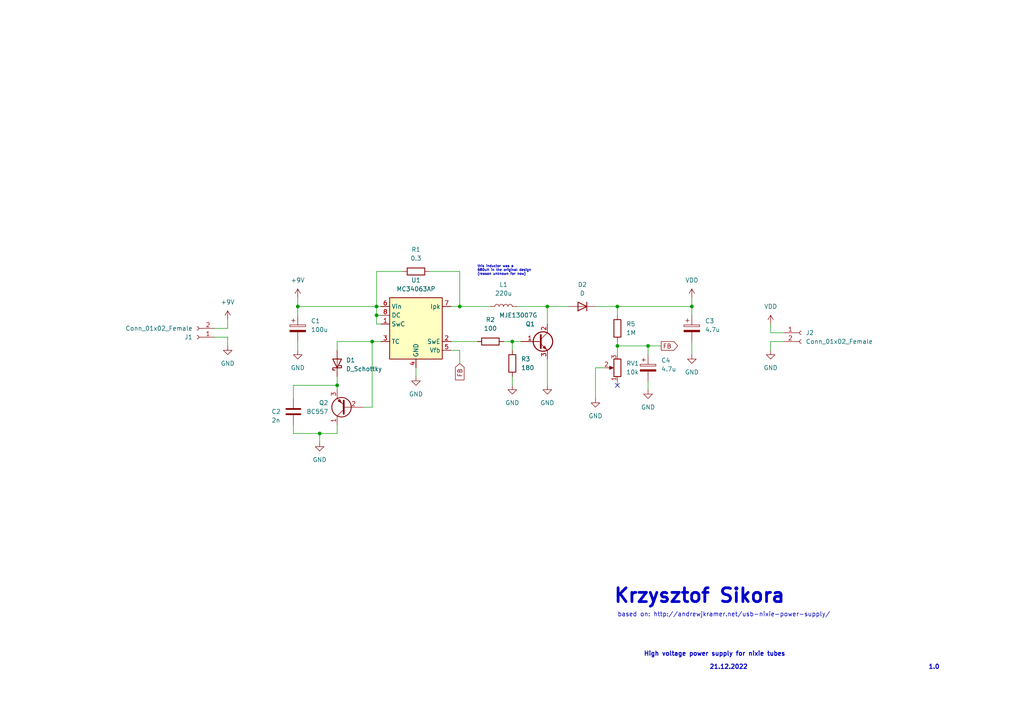
<source format=kicad_sch>
(kicad_sch (version 20211123) (generator eeschema)
  (paper "A4")
  (lib_symbols
    (symbol "Connector:Conn_01x02_Female" (pin_names (offset 1.016) hide)
      (property "Reference" "J" (at 0 2.54 0))
      (property "Value" "Conn_01x02_Female" (at 0 -5.08 0))
      (symbol "Conn_01x02_Female_1_1"
        (arc (start 0 -2.032) (mid -0.508 -2.54) (end 0 -3.048) (stroke (width 0.1524)))
        (polyline (pts (xy -1.27 -2.54) (xy -0.508 -2.54)) (stroke (width 0.1524)))
        (polyline (pts (xy -1.27 0) (xy -0.508 0)) (stroke (width 0.1524)))
        (arc (start 0 0.508) (mid -0.508 0) (end 0 -0.508) (stroke (width 0.1524)))
        (pin passive line (at -5.08 0 0) (length 3.81) (name "Pin_1") (number "1"))
        (pin passive line (at -5.08 -2.54 0) (length 3.81) (name "Pin_2") (number "2"))
      )
    )
    (symbol "Device:C" (pin_numbers hide) (pin_names (offset 0.254))
      (property "Reference" "C" (at 0.635 2.54 0))
      (property "Value" "C" (at 0.635 -2.54 0))
      (symbol "C_0_1"
        (polyline (pts (xy -2.032 -0.762) (xy 2.032 -0.762)) (stroke (width 0.508)))
        (polyline (pts (xy -2.032 0.762) (xy 2.032 0.762)) (stroke (width 0.508)))
      )
      (symbol "C_1_1"
        (pin passive line (at 0 3.81 270) (length 2.794) (name "~") (number "1"))
        (pin passive line (at 0 -3.81 90) (length 2.794) (name "~") (number "2"))
      )
    )
    (symbol "Device:C_Polarized" (pin_numbers hide) (pin_names (offset 0.254))
      (property "Reference" "C" (at 0.635 2.54 0))
      (property "Value" "C_Polarized" (at 0.635 -2.54 0))
      (symbol "C_Polarized_0_1"
        (rectangle (start -2.286 0.508) (end 2.286 1.016))
        (polyline (pts (xy -1.778 2.286) (xy -0.762 2.286)))
        (polyline (pts (xy -1.27 2.794) (xy -1.27 1.778)))
        (rectangle (start 2.286 -0.508) (end -2.286 -1.016) (fill (type outline)))
      )
      (symbol "C_Polarized_1_1"
        (pin passive line (at 0 3.81 270) (length 2.794) (name "~") (number "1"))
        (pin passive line (at 0 -3.81 90) (length 2.794) (name "~") (number "2"))
      )
    )
    (symbol "Device:D" (pin_numbers hide) (pin_names (offset 1.016) hide)
      (property "Reference" "D" (at 0 2.54 0))
      (property "Value" "D" (at 0 -2.54 0))
      (symbol "D_0_1"
        (polyline (pts (xy -1.27 1.27) (xy -1.27 -1.27)) (stroke (width 0.254)))
        (polyline (pts (xy 1.27 0) (xy -1.27 0)))
        (polyline (pts (xy 1.27 1.27) (xy 1.27 -1.27) (xy -1.27 0) (xy 1.27 1.27)) (stroke (width 0.254)))
      )
      (symbol "D_1_1"
        (pin passive line (at -3.81 0 0) (length 2.54) (name "K") (number "1"))
        (pin passive line (at 3.81 0 180) (length 2.54) (name "A") (number "2"))
      )
    )
    (symbol "Device:D_Schottky" (pin_numbers hide) (pin_names (offset 1.016) hide)
      (property "Reference" "D" (at 0 2.54 0))
      (property "Value" "D_Schottky" (at 0 -2.54 0))
      (symbol "D_Schottky_0_1"
        (polyline (pts (xy 1.27 0) (xy -1.27 0)))
        (polyline (pts (xy 1.27 1.27) (xy 1.27 -1.27) (xy -1.27 0) (xy 1.27 1.27)) (stroke (width 0.254)))
        (polyline (pts (xy -1.905 0.635) (xy -1.905 1.27) (xy -1.27 1.27) (xy -1.27 -1.27) (xy -0.635 -1.27) (xy -0.635 -0.635)) (stroke (width 0.254)))
      )
      (symbol "D_Schottky_1_1"
        (pin passive line (at -3.81 0 0) (length 2.54) (name "K") (number "1"))
        (pin passive line (at 3.81 0 180) (length 2.54) (name "A") (number "2"))
      )
    )
    (symbol "Device:L" (pin_numbers hide) (pin_names (offset 1.016) hide)
      (property "Reference" "L" (at -1.27 0 90))
      (property "Value" "L" (at 1.905 0 90))
      (symbol "L_0_1"
        (arc (start 0 -2.54) (mid 0.635 -1.905) (end 0 -1.27))
        (arc (start 0 -1.27) (mid 0.635 -0.635) (end 0 0))
        (arc (start 0 0) (mid 0.635 0.635) (end 0 1.27))
        (arc (start 0 1.27) (mid 0.635 1.905) (end 0 2.54))
      )
      (symbol "L_1_1"
        (pin passive line (at 0 3.81 270) (length 1.27) (name "1") (number "1"))
        (pin passive line (at 0 -3.81 90) (length 1.27) (name "2") (number "2"))
      )
    )
    (symbol "Device:R" (pin_numbers hide) (pin_names (offset 0))
      (property "Reference" "R" (at 2.032 0 90))
      (property "Value" "R" (at 0 0 90))
      (symbol "R_0_1"
        (rectangle (start -1.016 -2.54) (end 1.016 2.54) (stroke (width 0.254)))
      )
      (symbol "R_1_1"
        (pin passive line (at 0 3.81 270) (length 1.27) (name "~") (number "1"))
        (pin passive line (at 0 -3.81 90) (length 1.27) (name "~") (number "2"))
      )
    )
    (symbol "Device:R_Potentiometer" (pin_names (offset 1.016) hide)
      (property "Reference" "RV" (at -4.445 0 90))
      (property "Value" "R_Potentiometer" (at -2.54 0 90))
      (symbol "R_Potentiometer_0_1"
        (polyline (pts (xy 2.54 0) (xy 1.524 0)))
        (polyline (pts (xy 1.143 0) (xy 2.286 0.508) (xy 2.286 -0.508) (xy 1.143 0)) (fill (type outline)))
        (rectangle (start 1.016 2.54) (end -1.016 -2.54) (stroke (width 0.254)))
      )
      (symbol "R_Potentiometer_1_1"
        (pin passive line (at 0 3.81 270) (length 1.27) (name "1") (number "1"))
        (pin passive line (at 3.81 0 180) (length 1.27) (name "2") (number "2"))
        (pin passive line (at 0 -3.81 90) (length 1.27) (name "3") (number "3"))
      )
    )
    (symbol "Regulator_Switching:MC34063AP"
      (property "Reference" "U?" (at 0 12.7 0))
      (property "Value" "MC34063AP" (at 0 10.16 0))
      (symbol "MC34063AP_0_1"
        (rectangle (start -7.62 7.62) (end 7.62 -10.16) (stroke (width 0.254)) (fill (type background)))
      )
      (symbol "MC34063AP_1_1"
        (pin open_collector line (at -10.16 0 0) (length 2.54) (name "SwC") (number "1"))
        (pin open_emitter line (at 10.16 -5.08 180) (length 2.54) (name "SwE") (number "2"))
        (pin passive line (at -10.16 -5.08 0) (length 2.54) (name "TC") (number "3"))
        (pin power_in line (at 0 -12.7 90) (length 2.54) (name "GND") (number "4"))
        (pin input line (at 10.16 -7.62 180) (length 2.54) (name "Vfb") (number "5"))
        (pin power_in line (at -10.16 5.08 0) (length 2.54) (name "Vin") (number "6"))
        (pin input line (at 10.16 5.08 180) (length 2.54) (name "Ipk") (number "7"))
        (pin open_collector line (at -10.16 2.54 0) (length 2.54) (name "DC") (number "8"))
      )
    )
    (symbol "Transistor_BJT:BC557" (pin_names (offset 0) hide)
      (property "Reference" "Q" (at 5.08 1.905 0))
      (property "Value" "BC557" (at 5.08 0 0))
      (symbol "BC557_0_1"
        (polyline (pts (xy 0.635 0.635) (xy 2.54 2.54)))
        (polyline (pts (xy 0.635 -0.635) (xy 2.54 -2.54) (xy 2.54 -2.54)))
        (polyline (pts (xy 0.635 1.905) (xy 0.635 -1.905) (xy 0.635 -1.905)) (stroke (width 0.508)))
        (polyline (pts (xy 2.286 -1.778) (xy 1.778 -2.286) (xy 1.27 -1.27) (xy 2.286 -1.778) (xy 2.286 -1.778)) (fill (type outline)))
        (circle (center 1.27 0) (radius 2.8194) (stroke (width 0.254)))
      )
      (symbol "BC557_1_1"
        (pin passive line (at 2.54 5.08 270) (length 2.54) (name "C") (number "1"))
        (pin input line (at -5.08 0 0) (length 5.715) (name "B") (number "2"))
        (pin passive line (at 2.54 -5.08 90) (length 2.54) (name "E") (number "3"))
      )
    )
    (symbol "Transistor_BJT:MJE13007G" (pin_names (offset 0) hide)
      (property "Reference" "Q" (at 6.35 1.905 0))
      (property "Value" "MJE13007G" (at 6.35 0 0))
      (symbol "MJE13007G_0_1"
        (polyline (pts (xy 0 0) (xy 0.635 0)))
        (polyline (pts (xy 2.54 2.54) (xy 0.635 0.635)))
        (polyline (pts (xy 0.635 1.905) (xy 0.635 -1.905) (xy 0.635 -1.905)) (stroke (width 0.508)))
        (polyline (pts (xy 2.286 -2.286) (xy 1.778 -1.778) (xy 1.778 -1.778)))
        (polyline (pts (xy 2.54 -2.54) (xy 0.635 -0.635) (xy 1.27 -1.27)) (fill (type outline)))
        (polyline (pts (xy 1.27 -1.778) (xy 1.778 -1.27) (xy 2.286 -2.286) (xy 1.27 -1.778) (xy 1.27 -1.778)) (fill (type outline)))
        (circle (center 1.27 0) (radius 2.8194) (stroke (width 0.3048)))
      )
      (symbol "MJE13007G_1_1"
        (pin input line (at -5.08 0 0) (length 5.08) (name "B") (number "1"))
        (pin passive line (at 2.54 5.08 270) (length 2.54) (name "C") (number "2"))
        (pin passive line (at 2.54 -5.08 90) (length 2.54) (name "E") (number "3"))
      )
    )
    (symbol "power:+9V" (power) (pin_names (offset 0))
      (property "Value" "+9V" (at 0 3.556 0))
      (symbol "+9V_0_1"
        (polyline (pts (xy -0.762 1.27) (xy 0 2.54)))
        (polyline (pts (xy 0 0) (xy 0 2.54)))
        (polyline (pts (xy 0 2.54) (xy 0.762 1.27)))
      )
      (symbol "+9V_1_1"
        (pin power_in line (at 0 0 90) (length 0) hide (name "+9V") (number "1"))
      )
    )
    (symbol "power:GND" (power) (pin_names (offset 0))
      (property "Value" "GND" (at 0 -3.81 0))
      (symbol "GND_0_1"
        (polyline (pts (xy 0 0) (xy 0 -1.27) (xy 1.27 -1.27) (xy 0 -2.54) (xy -1.27 -1.27) (xy 0 -1.27)))
      )
      (symbol "GND_1_1"
        (pin power_in line (at 0 0 270) (length 0) hide (name "GND") (number "1"))
      )
    )
    (symbol "power:VDD" (power) (pin_names (offset 0))
      (property "Value" "VDD" (at 0 3.81 0))
      (symbol "VDD_0_1"
        (polyline (pts (xy -0.762 1.27) (xy 0 2.54)))
        (polyline (pts (xy 0 0) (xy 0 2.54)))
        (polyline (pts (xy 0 2.54) (xy 0.762 1.27)))
      )
      (symbol "VDD_1_1"
        (pin power_in line (at 0 0 90) (length 0) hide (name "VDD") (number "1"))
      )
    )
  )
  (junction (at 200.66 88.9))
  (junction (at 179.07 100.33))
  (junction (at 109.22 88.9))
  (junction (at 133.35 88.9))
  (junction (at 158.75 88.9))
  (junction (at 107.95 99.06))
  (junction (at 187.96 100.33))
  (junction (at 86.36 88.9))
  (junction (at 148.59 99.06))
  (junction (at 97.79 111.76))
  (junction (at 179.07 88.9))
  (junction (at 109.22 91.44))
  (junction (at 92.71 125.73))
  (no_connect (at 179.07 111.76))
  (wire (pts (xy 179.07 110.49) (xy 179.07 111.76)))
  (wire (pts (xy 109.22 93.98) (xy 109.22 91.44)))
  (wire (pts (xy 109.22 88.9) (xy 110.49 88.9)))
  (wire (pts (xy 97.79 109.22) (xy 97.79 111.76)))
  (wire (pts (xy 200.66 86.36) (xy 200.66 88.9)))
  (wire (pts (xy 85.09 115.57) (xy 85.09 111.76)))
  (wire (pts (xy 200.66 99.06) (xy 200.66 102.87)))
  (wire (pts (xy 86.36 88.9) (xy 109.22 88.9)))
  (wire (pts (xy 133.35 78.74) (xy 133.35 88.9)))
  (wire (pts (xy 85.09 111.76) (xy 97.79 111.76)))
  (wire (pts (xy 97.79 101.6) (xy 97.79 99.06)))
  (wire (pts (xy 86.36 99.06) (xy 86.36 101.6)))
  (wire (pts (xy 148.59 99.06) (xy 151.13 99.06)))
  (wire (pts (xy 158.75 88.9) (xy 158.75 93.98)))
  (wire (pts (xy 62.23 97.79) (xy 66.04 97.79)))
  (wire (pts (xy 109.22 78.74) (xy 109.22 88.9)))
  (wire (pts (xy 179.07 99.06) (xy 179.07 100.33)))
  (wire (pts (xy 97.79 125.73) (xy 92.71 125.73)))
  (wire (pts (xy 223.52 99.06) (xy 227.33 99.06)))
  (wire (pts (xy 187.96 100.33) (xy 187.96 102.87)))
  (wire (pts (xy 146.05 99.06) (xy 148.59 99.06)))
  (wire (pts (xy 97.79 123.19) (xy 97.79 125.73)))
  (wire (pts (xy 109.22 91.44) (xy 109.22 88.9)))
  (wire (pts (xy 172.72 88.9) (xy 179.07 88.9)))
  (wire (pts (xy 86.36 86.36) (xy 86.36 88.9)))
  (wire (pts (xy 110.49 99.06) (xy 107.95 99.06)))
  (wire (pts (xy 133.35 88.9) (xy 142.24 88.9)))
  (wire (pts (xy 133.35 105.41) (xy 133.35 101.6)))
  (wire (pts (xy 179.07 100.33) (xy 179.07 102.87)))
  (wire (pts (xy 179.07 88.9) (xy 200.66 88.9)))
  (wire (pts (xy 120.65 106.68) (xy 120.65 109.22)))
  (wire (pts (xy 92.71 125.73) (xy 92.71 128.27)))
  (wire (pts (xy 85.09 123.19) (xy 85.09 125.73)))
  (wire (pts (xy 66.04 97.79) (xy 66.04 100.33)))
  (wire (pts (xy 149.86 88.9) (xy 158.75 88.9)))
  (wire (pts (xy 97.79 111.76) (xy 97.79 113.03)))
  (wire (pts (xy 133.35 101.6) (xy 130.81 101.6)))
  (wire (pts (xy 110.49 91.44) (xy 109.22 91.44)))
  (wire (pts (xy 175.26 106.68) (xy 172.72 106.68)))
  (wire (pts (xy 179.07 88.9) (xy 179.07 91.44)))
  (wire (pts (xy 179.07 100.33) (xy 187.96 100.33)))
  (wire (pts (xy 187.96 110.49) (xy 187.96 113.03)))
  (wire (pts (xy 124.46 78.74) (xy 133.35 78.74)))
  (wire (pts (xy 130.81 88.9) (xy 133.35 88.9)))
  (wire (pts (xy 66.04 92.71) (xy 66.04 95.25)))
  (wire (pts (xy 223.52 96.52) (xy 227.33 96.52)))
  (wire (pts (xy 85.09 125.73) (xy 92.71 125.73)))
  (wire (pts (xy 116.84 78.74) (xy 109.22 78.74)))
  (wire (pts (xy 223.52 93.98) (xy 223.52 96.52)))
  (wire (pts (xy 158.75 104.14) (xy 158.75 111.76)))
  (wire (pts (xy 86.36 88.9) (xy 86.36 91.44)))
  (wire (pts (xy 148.59 109.22) (xy 148.59 111.76)))
  (wire (pts (xy 223.52 101.6) (xy 223.52 99.06)))
  (wire (pts (xy 110.49 93.98) (xy 109.22 93.98)))
  (wire (pts (xy 172.72 106.68) (xy 172.72 115.57)))
  (wire (pts (xy 187.96 100.33) (xy 191.77 100.33)))
  (wire (pts (xy 158.75 88.9) (xy 165.1 88.9)))
  (wire (pts (xy 105.41 118.11) (xy 107.95 118.11)))
  (wire (pts (xy 107.95 99.06) (xy 107.95 118.11)))
  (wire (pts (xy 97.79 99.06) (xy 107.95 99.06)))
  (wire (pts (xy 130.81 99.06) (xy 138.43 99.06)))
  (wire (pts (xy 66.04 95.25) (xy 62.23 95.25)))
  (wire (pts (xy 148.59 99.06) (xy 148.59 101.6)))
  (wire (pts (xy 200.66 88.9) (xy 200.66 91.44)))
  (text "High voltage power supply for nixie tubes" (at 186.69 190.5 0) (effects (font (size 1.27 1.27) bold) (justify left bottom)))
  (text "\n\nbased on: http://andrewjkramer.net/usb-nixie-power-supply/" (at 179.07 179.07 0) (effects (font (size 1.27 1.27)) (justify left bottom)))
  (text "1.0" (at 269.24 194.31 0) (effects (font (size 1.27 1.27) bold) (justify left bottom)))
  (text "21.12.2022" (at 205.74 194.31 0) (effects (font (size 1.27 1.27) bold) (justify left bottom)))
  (text "this inductor was a \n680uH in the original design \n(reason unknown for now)" (at 138.43 80.01 0) (effects (font (size 0.7 0.7)) (justify left bottom)))
  (text "Krzysztof Sikora" (at 177.8 175.26 0) (effects (font (size 4 4) (thickness 0.8) bold) (justify left bottom)))
  (global_label "FB" (shape output) (at 191.77 100.33 0) (property "Intersheet References" "${INTERSHEET_REFS}" (effects hide)))
  (global_label "FB" (shape input) (at 133.35 105.41 270) (property "Intersheet References" "${INTERSHEET_REFS}" (effects hide)))
  (symbol (lib_id "power:GND") (at 187.96 113.03 0) (unit 1)
    (property "Reference" "#PWR014" (effects hide))
    (property "Value" "GND" (at 187.96 118.11 0))
  )
  (symbol (lib_id "power:GND") (at 148.59 111.76 0) (unit 1)
    (property "Reference" "#PWR09" (effects hide))
    (property "Value" "GND" (at 148.59 116.84 0))
  )
  (symbol (lib_id "Connector:Conn_01x02_Female") (at 232.41 96.52 0) (unit 1)
    (property "Reference" "J2" (at 233.68 96.5199 0) (effects (justify left)))
    (property "Value" "Conn_01x02_Female" (at 233.68 99.0599 0) (effects (justify left)))
    (property "Footprint" "Connector_Wire:SolderWire-2sqmm_1x02_P7.8mm_D2mm_OD3.9mm" (effects hide))
  )
  (symbol (lib_id "Device:R") (at 179.07 95.25 180) (unit 1)
    (property "Reference" "R5" (at 181.61 93.9799 0) (effects (justify right)))
    (property "Value" "1M" (at 181.61 96.5199 0) (effects (justify right)))
    (property "Footprint" "Resistor_THT:R_Axial_DIN0204_L3.6mm_D1.6mm_P5.08mm_Horizontal" (effects hide))
  )
  (symbol (lib_id "power:VDD") (at 200.66 86.36 0) (unit 1)
    (property "Reference" "#PWR012" (effects hide))
    (property "Value" "VDD" (at 200.66 81.28 0))
  )
  (symbol (lib_id "Device:R") (at 142.24 99.06 90) (unit 1)
    (property "Reference" "R2" (at 142.24 92.71 90))
    (property "Value" "100" (at 142.24 95.25 90))
    (property "Footprint" "Resistor_THT:R_Axial_DIN0204_L3.6mm_D1.6mm_P5.08mm_Horizontal" (effects hide))
  )
  (symbol (lib_id "power:GND") (at 223.52 101.6 0) (unit 1)
    (property "Reference" "#PWR07" (effects hide))
    (property "Value" "GND" (at 223.52 106.68 0))
  )
  (symbol (lib_id "power:GND") (at 86.36 101.6 0) (unit 1)
    (property "Reference" "#PWR02" (effects hide))
    (property "Value" "GND" (at 86.36 106.68 0))
  )
  (symbol (lib_id "Transistor_BJT:MJE13007G") (at 156.21 99.06 0) (unit 1)
    (property "Reference" "Q1" (at 152.4 93.98 0) (effects (justify left)))
    (property "Value" "MJE13007G" (at 144.78 91.44 0) (effects (justify left)))
    (property "Footprint" "Package_TO_SOT_THT:TO-220-3_Vertical" (effects hide))
    (property "Datasheet" "http://www.onsemi.com/pub_link/Collateral/MJE13007-D.PDF" (effects hide))
  )
  (symbol (lib_id "power:+9V") (at 86.36 86.36 0) (unit 1)
    (property "Reference" "#PWR04" (effects hide))
    (property "Value" "+9V" (at 86.36 81.28 0))
  )
  (symbol (lib_id "power:GND") (at 92.71 128.27 0) (unit 1)
    (property "Reference" "#PWR03" (effects hide))
    (property "Value" "GND" (at 92.71 133.35 0))
  )
  (symbol (lib_id "Device:R") (at 120.65 78.74 90) (unit 1)
    (property "Reference" "R1" (at 120.65 72.39 90))
    (property "Value" "0.3" (at 120.65 74.93 90))
    (property "Footprint" "Resistor_SMD:R_1206_3216Metric_Pad1.30x1.75mm_HandSolder" (effects hide))
  )
  (symbol (lib_id "Device:C_Polarized") (at 200.66 95.25 0) (unit 1)
    (property "Reference" "C3" (at 204.47 93.0909 0) (effects (justify left)))
    (property "Value" "4.7u" (at 204.47 95.6309 0) (effects (justify left)))
    (property "Footprint" "Capacitor_THT:CP_Radial_D6.3mm_P2.50mm" (effects hide))
  )
  (symbol (lib_id "power:+9V") (at 66.04 92.71 0) (unit 1)
    (property "Reference" "#PWR01" (effects hide))
    (property "Value" "+9V" (at 66.04 87.63 0))
  )
  (symbol (lib_id "Device:D") (at 168.91 88.9 180) (unit 1)
    (property "Reference" "D2" (at 168.91 82.55 0))
    (property "Value" "D" (at 168.91 85.09 0))
    (property "Footprint" "Diode_THT:D_A-405_P10.16mm_Horizontal" (effects hide))
  )
  (symbol (lib_id "power:VDD") (at 223.52 93.98 0) (unit 1)
    (property "Reference" "#PWR06" (effects hide))
    (property "Value" "VDD" (at 223.52 88.9 0))
  )
  (symbol (lib_id "Device:R") (at 148.59 105.41 180) (unit 1)
    (property "Reference" "R3" (at 151.13 104.1399 0) (effects (justify right)))
    (property "Value" "180" (at 151.13 106.6799 0) (effects (justify right)))
    (property "Footprint" "Resistor_THT:R_Axial_DIN0204_L3.6mm_D1.6mm_P5.08mm_Horizontal" (effects hide))
  )
  (symbol (lib_id "Device:R_Potentiometer") (at 179.07 106.68 180) (unit 1)
    (property "Reference" "RV1" (at 181.61 105.4099 0) (effects (justify right)))
    (property "Value" "10k" (at 181.61 107.95 0) (effects (justify right)))
    (property "Footprint" "Potentiometer_THT:Potentiometer_ACP_CA6-H2,5_Horizontal" (effects hide))
  )
  (symbol (lib_id "Device:L") (at 146.05 88.9 90) (unit 1)
    (property "Reference" "L1" (at 146.05 82.55 90))
    (property "Value" "220u" (at 146.05 85.09 90))
    (property "Footprint" "Inductor_SMD:L_Bourns_SDR1806" (effects hide))
  )
  (symbol (lib_id "power:GND") (at 200.66 102.87 0) (unit 1)
    (property "Reference" "#PWR013" (effects hide))
    (property "Value" "GND" (at 200.66 107.95 0))
  )
  (symbol (lib_id "power:GND") (at 66.04 100.33 0) (unit 1)
    (property "Reference" "#PWR05" (effects hide))
    (property "Value" "GND" (at 66.04 105.41 0))
  )
  (symbol (lib_id "Transistor_BJT:BC557") (at 100.33 118.11 180) (unit 1)
    (property "Reference" "Q2" (at 95.25 116.8399 0) (effects (justify left)))
    (property "Value" "BC557" (at 95.25 119.3799 0) (effects (justify left)))
    (property "Footprint" "Package_TO_SOT_THT:TO-92_Inline" (effects hide))
    (property "Datasheet" "https://www.onsemi.com/pub/Collateral/BC556BTA-D.pdf" (effects hide))
  )
  (symbol (lib_id "power:GND") (at 158.75 111.76 0) (unit 1)
    (property "Reference" "#PWR010" (effects hide))
    (property "Value" "GND" (at 158.75 116.84 0))
  )
  (symbol (lib_id "Device:C_Polarized") (at 86.36 95.25 0) (unit 1)
    (property "Reference" "C1" (at 90.17 93.0909 0) (effects (justify left)))
    (property "Value" "100u" (at 90.17 95.6309 0) (effects (justify left)))
    (property "Footprint" "Capacitor_THT:CP_Radial_D10.0mm_P3.80mm" (effects hide))
  )
  (symbol (lib_id "Regulator_Switching:MC34063AP") (at 120.65 93.98 0) (unit 1)
    (property "Reference" "U1" (at 120.65 81.28 0))
    (property "Value" "MC34063AP" (at 120.65 83.82 0))
    (property "Footprint" "Package_DIP:DIP-8_W7.62mm" (effects hide))
    (property "Datasheet" "http://www.onsemi.com/pub_link/Collateral/MC34063A-D.PDF" (effects hide))
  )
  (symbol (lib_id "Connector:Conn_01x02_Female") (at 57.15 97.79 180) (unit 1)
    (property "Reference" "J1" (at 55.88 97.7901 0) (effects (justify left)))
    (property "Value" "Conn_01x02_Female" (at 55.88 95.2501 0) (effects (justify left)))
    (property "Footprint" "Connector_Wire:SolderWire-2sqmm_1x02_P7.8mm_D2mm_OD3.9mm" (effects hide))
  )
  (symbol (lib_id "power:GND") (at 120.65 109.22 0) (unit 1)
    (property "Reference" "#PWR08" (effects hide))
    (property "Value" "GND" (at 120.65 114.3 0))
  )
  (symbol (lib_id "power:GND") (at 172.72 115.57 0) (unit 1)
    (property "Reference" "#PWR011" (effects hide))
    (property "Value" "GND" (at 172.72 120.65 0))
  )
  (symbol (lib_id "Device:C_Polarized") (at 187.96 106.68 0) (unit 1)
    (property "Reference" "C4" (at 191.77 104.5209 0) (effects (justify left)))
    (property "Value" "4.7u" (at 191.77 107.0609 0) (effects (justify left)))
    (property "Footprint" "Capacitor_THT:CP_Radial_D6.3mm_P2.50mm" (effects hide))
  )
  (symbol (lib_id "Device:D_Schottky") (at 97.79 105.41 90) (unit 1)
    (property "Reference" "D1" (at 100.33 104.4574 90) (effects (justify right)))
    (property "Value" "D_Schottky" (at 100.33 106.9974 90) (effects (justify right)))
    (property "Footprint" "Diode_THT:D_A-405_P10.16mm_Horizontal" (effects hide))
  )
  (symbol (lib_id "Device:C") (at 85.09 119.38 0) (unit 1)
    (property "Reference" "C2" (at 78.74 119.38 0) (effects (justify left)))
    (property "Value" "2n" (at 78.74 121.92 0) (effects (justify left)))
    (property "Footprint" "Capacitor_THT:C_Disc_D3.4mm_W2.1mm_P2.50mm" (effects hide))
  )
)
</source>
